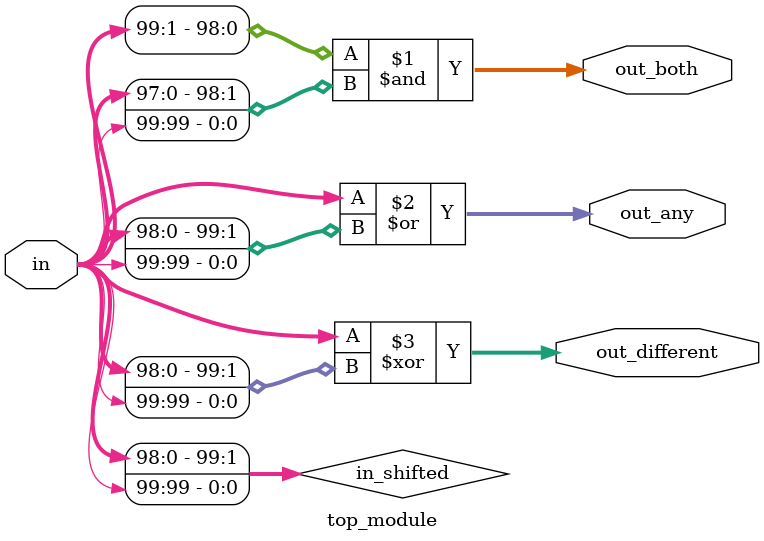
<source format=sv>
module top_module (
	input [99:0] in,
	output [98:0] out_both,
	output [99:0] out_any,
	output [99:0] out_different
);

    wire [99:0] in_shifted;
    assign in_shifted = {in[98:0], in[99]};

    // out_both is the bit-wise AND of in and in_shifted
    assign out_both = in[99:1] & in_shifted[98:0];

    // out_any is the bit-wise OR of in and in_shifted
    assign out_any = in | in_shifted;

    // out_different is the bit-wise XOR of in and in_shifted
    assign out_different = in ^ in_shifted;

endmodule

</source>
